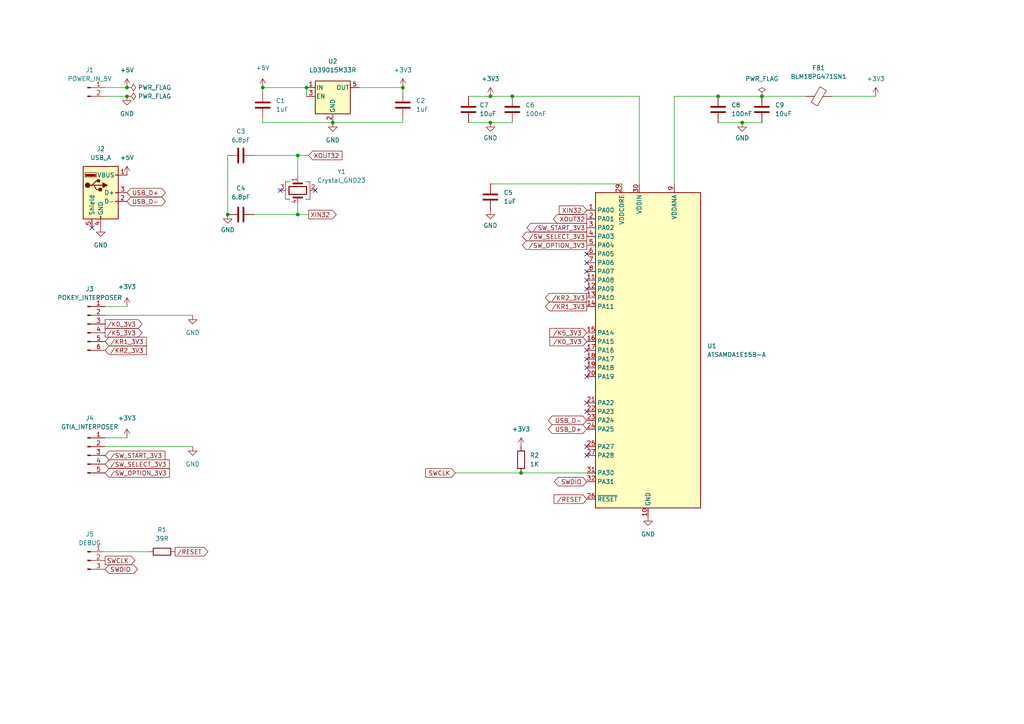
<source format=kicad_sch>
(kicad_sch (version 20211123) (generator eeschema)
  (paper "A4")
  (title_block (title "Atari Keyboard USB") (date "2022-09-15") (rev "1.0"))
  (lib_symbols
    (symbol "Connector:Conn_01x02_Male" (pin_names (offset 1.016) hide)
      (property "Reference" "J" (at 0 2.54 0))
      (property "Value" "Conn_01x02_Male" (at 0 -5.08 0))
      (symbol "Conn_01x02_Male_1_1"
        (polyline (pts (xy 1.27 -2.54) (xy 0.8636 -2.54)) (stroke (width 0.1524)))
        (polyline (pts (xy 1.27 0) (xy 0.8636 0)) (stroke (width 0.1524)))
        (rectangle (start 0.8636 -2.413) (end 0 -2.667) (stroke (width 0.1524)) (fill (type outline)))
        (rectangle (start 0.8636 0.127) (end 0 -0.127) (stroke (width 0.1524)) (fill (type outline)))
        (pin passive line (at 5.08 0 180) (length 3.81) (name "Pin_1") (number "1"))
        (pin passive line (at 5.08 -2.54 180) (length 3.81) (name "Pin_2") (number "2"))
      )
    )
    (symbol "Connector:Conn_01x03_Male" (pin_names (offset 1.016) hide)
      (property "Reference" "J" (at 0 5.08 0))
      (property "Value" "Conn_01x03_Male" (at 0 -5.08 0))
      (symbol "Conn_01x03_Male_1_1"
        (polyline (pts (xy 1.27 -2.54) (xy 0.8636 -2.54)) (stroke (width 0.1524)))
        (polyline (pts (xy 1.27 0) (xy 0.8636 0)) (stroke (width 0.1524)))
        (polyline (pts (xy 1.27 2.54) (xy 0.8636 2.54)) (stroke (width 0.1524)))
        (rectangle (start 0.8636 -2.413) (end 0 -2.667) (stroke (width 0.1524)) (fill (type outline)))
        (rectangle (start 0.8636 0.127) (end 0 -0.127) (stroke (width 0.1524)) (fill (type outline)))
        (rectangle (start 0.8636 2.667) (end 0 2.413) (stroke (width 0.1524)) (fill (type outline)))
        (pin passive line (at 5.08 2.54 180) (length 3.81) (name "Pin_1") (number "1"))
        (pin passive line (at 5.08 0 180) (length 3.81) (name "Pin_2") (number "2"))
        (pin passive line (at 5.08 -2.54 180) (length 3.81) (name "Pin_3") (number "3"))
      )
    )
    (symbol "Connector:Conn_01x05_Male" (pin_names (offset 1.016) hide)
      (property "Reference" "J" (at 0 7.62 0))
      (property "Value" "Conn_01x05_Male" (at 0 -7.62 0))
      (symbol "Conn_01x05_Male_1_1"
        (polyline (pts (xy 1.27 -5.08) (xy 0.8636 -5.08)) (stroke (width 0.1524)))
        (polyline (pts (xy 1.27 -2.54) (xy 0.8636 -2.54)) (stroke (width 0.1524)))
        (polyline (pts (xy 1.27 0) (xy 0.8636 0)) (stroke (width 0.1524)))
        (polyline (pts (xy 1.27 2.54) (xy 0.8636 2.54)) (stroke (width 0.1524)))
        (polyline (pts (xy 1.27 5.08) (xy 0.8636 5.08)) (stroke (width 0.1524)))
        (rectangle (start 0.8636 -4.953) (end 0 -5.207) (stroke (width 0.1524)) (fill (type outline)))
        (rectangle (start 0.8636 -2.413) (end 0 -2.667) (stroke (width 0.1524)) (fill (type outline)))
        (rectangle (start 0.8636 0.127) (end 0 -0.127) (stroke (width 0.1524)) (fill (type outline)))
        (rectangle (start 0.8636 2.667) (end 0 2.413) (stroke (width 0.1524)) (fill (type outline)))
        (rectangle (start 0.8636 5.207) (end 0 4.953) (stroke (width 0.1524)) (fill (type outline)))
        (pin passive line (at 5.08 5.08 180) (length 3.81) (name "Pin_1") (number "1"))
        (pin passive line (at 5.08 2.54 180) (length 3.81) (name "Pin_2") (number "2"))
        (pin passive line (at 5.08 0 180) (length 3.81) (name "Pin_3") (number "3"))
        (pin passive line (at 5.08 -2.54 180) (length 3.81) (name "Pin_4") (number "4"))
        (pin passive line (at 5.08 -5.08 180) (length 3.81) (name "Pin_5") (number "5"))
      )
    )
    (symbol "Connector:Conn_01x06_Male" (pin_names (offset 1.016) hide)
      (property "Reference" "J" (at 0 7.62 0))
      (property "Value" "Conn_01x06_Male" (at 0 -10.16 0))
      (symbol "Conn_01x06_Male_1_1"
        (polyline (pts (xy 1.27 -7.62) (xy 0.8636 -7.62)) (stroke (width 0.1524)))
        (polyline (pts (xy 1.27 -5.08) (xy 0.8636 -5.08)) (stroke (width 0.1524)))
        (polyline (pts (xy 1.27 -2.54) (xy 0.8636 -2.54)) (stroke (width 0.1524)))
        (polyline (pts (xy 1.27 0) (xy 0.8636 0)) (stroke (width 0.1524)))
        (polyline (pts (xy 1.27 2.54) (xy 0.8636 2.54)) (stroke (width 0.1524)))
        (polyline (pts (xy 1.27 5.08) (xy 0.8636 5.08)) (stroke (width 0.1524)))
        (rectangle (start 0.8636 -7.493) (end 0 -7.747) (stroke (width 0.1524)) (fill (type outline)))
        (rectangle (start 0.8636 -4.953) (end 0 -5.207) (stroke (width 0.1524)) (fill (type outline)))
        (rectangle (start 0.8636 -2.413) (end 0 -2.667) (stroke (width 0.1524)) (fill (type outline)))
        (rectangle (start 0.8636 0.127) (end 0 -0.127) (stroke (width 0.1524)) (fill (type outline)))
        (rectangle (start 0.8636 2.667) (end 0 2.413) (stroke (width 0.1524)) (fill (type outline)))
        (rectangle (start 0.8636 5.207) (end 0 4.953) (stroke (width 0.1524)) (fill (type outline)))
        (pin passive line (at 5.08 5.08 180) (length 3.81) (name "Pin_1") (number "1"))
        (pin passive line (at 5.08 2.54 180) (length 3.81) (name "Pin_2") (number "2"))
        (pin passive line (at 5.08 0 180) (length 3.81) (name "Pin_3") (number "3"))
        (pin passive line (at 5.08 -2.54 180) (length 3.81) (name "Pin_4") (number "4"))
        (pin passive line (at 5.08 -5.08 180) (length 3.81) (name "Pin_5") (number "5"))
        (pin passive line (at 5.08 -7.62 180) (length 3.81) (name "Pin_6") (number "6"))
      )
    )
    (symbol "Connector:USB_A" (pin_names (offset 1.016))
      (property "Reference" "J" (at -5.08 11.43 0))
      (property "Value" "USB_A" (at -5.08 8.89 0))
      (symbol "USB_A_0_1"
        (rectangle (start -5.08 -7.62) (end 5.08 7.62) (stroke (width 0.254)) (fill (type background)))
        (circle (center -3.81 2.159) (radius 0.635) (stroke (width 0.254)) (fill (type outline)))
        (rectangle (start -1.524 4.826) (end -4.318 5.334) (fill (type outline)))
        (rectangle (start -1.27 4.572) (end -4.572 5.842))
        (circle (center -0.635 3.429) (radius 0.381) (stroke (width 0.254)) (fill (type outline)))
        (rectangle (start -0.127 -7.62) (end 0.127 -6.858))
        (polyline (pts (xy -3.175 2.159) (xy -2.54 2.159) (xy -1.27 3.429) (xy -0.635 3.429)) (stroke (width 0.254)))
        (polyline (pts (xy -2.54 2.159) (xy -1.905 2.159) (xy -1.27 0.889) (xy 0 0.889)) (stroke (width 0.254)))
        (polyline (pts (xy 0.635 2.794) (xy 0.635 1.524) (xy 1.905 2.159) (xy 0.635 2.794)) (stroke (width 0.254)) (fill (type outline)))
        (rectangle (start 0.254 1.27) (end -0.508 0.508) (stroke (width 0.254)) (fill (type outline)))
        (rectangle (start 5.08 -2.667) (end 4.318 -2.413))
        (rectangle (start 5.08 -0.127) (end 4.318 0.127))
        (rectangle (start 5.08 4.953) (end 4.318 5.207))
      )
      (symbol "USB_A_1_1"
        (polyline (pts (xy -1.905 2.159) (xy 0.635 2.159)) (stroke (width 0.254)))
        (pin power_in line (at 7.62 5.08 180) (length 2.54) (name "VBUS") (number "1"))
        (pin bidirectional line (at 7.62 -2.54 180) (length 2.54) (name "D-") (number "2"))
        (pin bidirectional line (at 7.62 0 180) (length 2.54) (name "D+") (number "3"))
        (pin power_in line (at 0 -10.16 90) (length 2.54) (name "GND") (number "4"))
        (pin passive line (at -2.54 -10.16 90) (length 2.54) (name "Shield") (number "5"))
      )
    )
    (symbol "Device:C" (pin_numbers hide) (pin_names (offset 0.254))
      (property "Reference" "C" (at 0.635 2.54 0))
      (property "Value" "C" (at 0.635 -2.54 0))
      (symbol "C_0_1"
        (polyline (pts (xy -2.032 -0.762) (xy 2.032 -0.762)) (stroke (width 0.508)))
        (polyline (pts (xy -2.032 0.762) (xy 2.032 0.762)) (stroke (width 0.508)))
      )
      (symbol "C_1_1"
        (pin passive line (at 0 3.81 270) (length 2.794) (name "~") (number "1"))
        (pin passive line (at 0 -3.81 90) (length 2.794) (name "~") (number "2"))
      )
    )
    (symbol "Device:Crystal_GND23" (pin_names (offset 1.016) hide)
      (property "Reference" "Y" (at 3.175 5.08 0))
      (property "Value" "Crystal_GND23" (at 3.175 3.175 0))
      (symbol "Crystal_GND23_0_1"
        (rectangle (start -1.143 2.54) (end 1.143 -2.54) (stroke (width 0.3048)))
        (polyline (pts (xy -2.54 0) (xy -2.032 0)))
        (polyline (pts (xy -2.032 -1.27) (xy -2.032 1.27)) (stroke (width 0.508)))
        (polyline (pts (xy 0 -3.81) (xy 0 -3.556)))
        (polyline (pts (xy 0 3.556) (xy 0 3.81)))
        (polyline (pts (xy 2.032 -1.27) (xy 2.032 1.27)) (stroke (width 0.508)))
        (polyline (pts (xy 2.032 0) (xy 2.54 0)))
        (polyline (pts (xy -2.54 -2.286) (xy -2.54 -3.556) (xy 2.54 -3.556) (xy 2.54 -2.286)))
        (polyline (pts (xy -2.54 2.286) (xy -2.54 3.556) (xy 2.54 3.556) (xy 2.54 2.286)))
      )
      (symbol "Crystal_GND23_1_1"
        (pin passive line (at -3.81 0 0) (length 1.27) (name "1") (number "1"))
        (pin passive line (at 0 5.08 270) (length 1.27) (name "2") (number "2"))
        (pin passive line (at 0 -5.08 90) (length 1.27) (name "3") (number "3"))
        (pin passive line (at 3.81 0 180) (length 1.27) (name "4") (number "4"))
      )
    )
    (symbol "Device:FerriteBead" (pin_numbers hide) (pin_names (offset 0))
      (property "Reference" "FB" (at -3.81 0.635 90))
      (property "Value" "FerriteBead" (at 3.81 0 90))
      (symbol "FerriteBead_0_1"
        (polyline (pts (xy 0 -1.27) (xy 0 -1.2192)))
        (polyline (pts (xy 0 1.27) (xy 0 1.2954)))
        (polyline (pts (xy -2.7686 0.4064) (xy -1.7018 2.2606) (xy 2.7686 -0.3048) (xy 1.6764 -2.159) (xy -2.7686 0.4064)))
      )
      (symbol "FerriteBead_1_1"
        (pin passive line (at 0 3.81 270) (length 2.54) (name "~") (number "1"))
        (pin passive line (at 0 -3.81 90) (length 2.54) (name "~") (number "2"))
      )
    )
    (symbol "Device:R" (pin_numbers hide) (pin_names (offset 0))
      (property "Reference" "R" (at 2.032 0 90))
      (property "Value" "R" (at 0 0 90))
      (symbol "R_0_1"
        (rectangle (start -1.016 -2.54) (end 1.016 2.54) (stroke (width 0.254)))
      )
      (symbol "R_1_1"
        (pin passive line (at 0 3.81 270) (length 1.27) (name "~") (number "1"))
        (pin passive line (at 0 -3.81 90) (length 1.27) (name "~") (number "2"))
      )
    )
    (symbol "MCU_Microchip_SAMD:ATSAMDA1E15B-A"
      (property "Reference" "U" (at -13.97 46.99 0))
      (property "Value" "ATSAMDA1E15B-A" (at 16.51 46.99 0))
      (symbol "ATSAMDA1E15B-A_1_1"
        (rectangle (start -15.24 45.72) (end 15.24 -45.72) (stroke (width 0.254)) (fill (type background)))
        (pin bidirectional line (at -17.78 40.64 0) (length 2.54) (name "PA00") (number "1"))
        (pin power_in line (at 0 -48.26 90) (length 2.54) (name "GND") (number "10"))
        (pin bidirectional line (at -17.78 20.32 0) (length 2.54) (name "PA08") (number "11"))
        (pin bidirectional line (at -17.78 17.78 0) (length 2.54) (name "PA09") (number "12"))
        (pin bidirectional line (at -17.78 15.24 0) (length 2.54) (name "PA10") (number "13"))
        (pin bidirectional line (at -17.78 12.7 0) (length 2.54) (name "PA11") (number "14"))
        (pin bidirectional line (at -17.78 5.08 0) (length 2.54) (name "PA14") (number "15"))
        (pin bidirectional line (at -17.78 2.54 0) (length 2.54) (name "PA15") (number "16"))
        (pin bidirectional line (at -17.78 0 0) (length 2.54) (name "PA16") (number "17"))
        (pin bidirectional line (at -17.78 -2.54 0) (length 2.54) (name "PA17") (number "18"))
        (pin bidirectional line (at -17.78 -5.08 0) (length 2.54) (name "PA18") (number "19"))
        (pin bidirectional line (at -17.78 38.1 0) (length 2.54) (name "PA01") (number "2"))
        (pin bidirectional line (at -17.78 -7.62 0) (length 2.54) (name "PA19") (number "20"))
        (pin bidirectional line (at -17.78 -15.24 0) (length 2.54) (name "PA22") (number "21"))
        (pin bidirectional line (at -17.78 -17.78 0) (length 2.54) (name "PA23") (number "22"))
        (pin bidirectional line (at -17.78 -20.32 0) (length 2.54) (name "PA24") (number "23"))
        (pin bidirectional line (at -17.78 -22.86 0) (length 2.54) (name "PA25") (number "24"))
        (pin bidirectional line (at -17.78 -27.94 0) (length 2.54) (name "PA27") (number "25"))
        (pin input line (at -17.78 -43.18 0) (length 2.54) (name "~{RESET}") (number "26"))
        (pin bidirectional line (at -17.78 -30.48 0) (length 2.54) (name "PA28") (number "27"))
        (pin passive line (at 0 -48.26 90) (length 2.54) hide (name "GND") (number "28"))
        (pin power_out line (at -7.62 48.26 270) (length 2.54) (name "VDDCORE") (number "29"))
        (pin bidirectional line (at -17.78 35.56 0) (length 2.54) (name "PA02") (number "3"))
        (pin power_in line (at -2.54 48.26 270) (length 2.54) (name "VDDIN") (number "30"))
        (pin bidirectional line (at -17.78 -35.56 0) (length 2.54) (name "PA30") (number "31"))
        (pin bidirectional line (at -17.78 -38.1 0) (length 2.54) (name "PA31") (number "32"))
        (pin bidirectional line (at -17.78 33.02 0) (length 2.54) (name "PA03") (number "4"))
        (pin bidirectional line (at -17.78 30.48 0) (length 2.54) (name "PA04") (number "5"))
        (pin bidirectional line (at -17.78 27.94 0) (length 2.54) (name "PA05") (number "6"))
        (pin bidirectional line (at -17.78 25.4 0) (length 2.54) (name "PA06") (number "7"))
        (pin bidirectional line (at -17.78 22.86 0) (length 2.54) (name "PA07") (number "8"))
        (pin power_in line (at 7.62 48.26 270) (length 2.54) (name "VDDANA") (number "9"))
      )
    )
    (symbol "Regulator_Linear:LD39015M33R" (pin_names (offset 0.254))
      (property "Reference" "U" (at -3.81 5.715 0))
      (property "Value" "LD39015M33R" (at 0 5.715 0))
      (symbol "LD39015M33R_0_1"
        (rectangle (start -5.08 4.445) (end 5.08 -5.08) (stroke (width 0.254)) (fill (type background)))
      )
      (symbol "LD39015M33R_1_1"
        (pin power_in line (at -7.62 2.54 0) (length 2.54) (name "IN") (number "1"))
        (pin power_in line (at 0 -7.62 90) (length 2.54) (name "GND") (number "2"))
        (pin input line (at -7.62 0 0) (length 2.54) (name "EN") (number "3"))
        (pin no_connect line (at 5.08 0 180) (length 2.54) hide (name "NC") (number "4"))
        (pin power_out line (at 7.62 2.54 180) (length 2.54) (name "OUT") (number "5"))
      )
    )
    (symbol "power:+3.3V" (power) (pin_names (offset 0))
      (property "Value" "+3.3V" (at 0 3.556 0))
      (symbol "+3.3V_0_1"
        (polyline (pts (xy -0.762 1.27) (xy 0 2.54)))
        (polyline (pts (xy 0 0) (xy 0 2.54)))
        (polyline (pts (xy 0 2.54) (xy 0.762 1.27)))
      )
      (symbol "+3.3V_1_1"
        (pin power_in line (at 0 0 90) (length 0) hide (name "+3V3") (number "1"))
      )
    )
    (symbol "power:+5V" (power) (pin_names (offset 0))
      (property "Value" "+5V" (at 0 3.556 0))
      (symbol "+5V_0_1"
        (polyline (pts (xy -0.762 1.27) (xy 0 2.54)))
        (polyline (pts (xy 0 0) (xy 0 2.54)))
        (polyline (pts (xy 0 2.54) (xy 0.762 1.27)))
      )
      (symbol "+5V_1_1"
        (pin power_in line (at 0 0 90) (length 0) hide (name "+5V") (number "1"))
      )
    )
    (symbol "power:GND" (power) (pin_names (offset 0))
      (property "Value" "GND" (at 0 -3.81 0))
      (symbol "GND_0_1"
        (polyline (pts (xy 0 0) (xy 0 -1.27) (xy 1.27 -1.27) (xy 0 -2.54) (xy -1.27 -1.27) (xy 0 -1.27)))
      )
      (symbol "GND_1_1"
        (pin power_in line (at 0 0 270) (length 0) hide (name "GND") (number "1"))
      )
    )
    (symbol "power:PWR_FLAG" (power) (pin_numbers hide) (pin_names (offset 0) hide)
      (property "Value" "PWR_FLAG" (at 0 3.81 0))
      (symbol "PWR_FLAG_0_0"
        (pin power_out line (at 0 0 90) (length 0) (name "pwr") (number "1"))
      )
      (symbol "PWR_FLAG_0_1"
        (polyline (pts (xy 0 0) (xy 0 1.27) (xy -1.016 1.905) (xy 0 2.54) (xy 1.016 1.905) (xy 0 1.27)))
      )
    )
  )
  (junction (at 220.98 27.94))
  (junction (at 86.36 62.23))
  (junction (at 96.52 35.56))
  (junction (at 116.84 25.4))
  (junction (at 76.2 25.4))
  (junction (at 88.9 25.4))
  (junction (at 215.265 35.56))
  (junction (at 36.83 25.4))
  (junction (at 36.83 27.94))
  (junction (at 142.24 35.56))
  (junction (at 86.36 45.085))
  (junction (at 151.13 137.16))
  (junction (at 148.59 27.94))
  (junction (at 66.04 62.23))
  (junction (at 208.28 27.94))
  (junction (at 142.24 27.94))
  (no_connect (at 170.18 76.2))
  (no_connect (at 170.18 73.66))
  (no_connect (at 170.18 119.38))
  (no_connect (at 26.67 66.04))
  (no_connect (at 170.18 109.22))
  (no_connect (at 170.18 81.28))
  (no_connect (at 170.18 78.74))
  (no_connect (at 170.18 83.82))
  (no_connect (at 170.18 116.84))
  (no_connect (at 170.18 132.08))
  (no_connect (at 170.18 129.54))
  (no_connect (at 91.44 55.245))
  (no_connect (at 81.28 55.245))
  (no_connect (at 170.18 101.6))
  (no_connect (at 170.18 104.14))
  (no_connect (at 170.18 106.68))
  (wire (pts (xy 86.36 59.055) (xy 86.36 62.23)))
  (wire (pts (xy 241.3 27.94) (xy 254 27.94)))
  (wire (pts (xy 30.48 129.54) (xy 55.88 129.54)))
  (wire (pts (xy 185.42 27.94) (xy 185.42 53.34)))
  (wire (pts (xy 116.84 34.29) (xy 116.84 35.56)))
  (wire (pts (xy 73.66 62.23) (xy 86.36 62.23)))
  (wire (pts (xy 76.2 35.56) (xy 96.52 35.56)))
  (wire (pts (xy 195.58 27.94) (xy 208.28 27.94)))
  (wire (pts (xy 142.24 53.34) (xy 180.34 53.34)))
  (wire (pts (xy 86.36 45.085) (xy 86.36 51.435)))
  (wire (pts (xy 66.04 45.085) (xy 66.04 62.23)))
  (wire (pts (xy 148.59 27.94) (xy 185.42 27.94)))
  (wire (pts (xy 151.13 137.16) (xy 170.18 137.16)))
  (wire (pts (xy 220.98 27.94) (xy 233.68 27.94)))
  (wire (pts (xy 76.2 34.29) (xy 76.2 35.56)))
  (wire (pts (xy 142.24 27.94) (xy 148.59 27.94)))
  (wire (pts (xy 76.2 25.4) (xy 88.9 25.4)))
  (wire (pts (xy 135.89 27.94) (xy 142.24 27.94)))
  (wire (pts (xy 30.48 25.4) (xy 36.83 25.4)))
  (wire (pts (xy 88.9 25.4) (xy 88.9 27.94)))
  (wire (pts (xy 208.28 27.94) (xy 220.98 27.94)))
  (wire (pts (xy 30.48 27.94) (xy 36.83 27.94)))
  (wire (pts (xy 195.58 27.94) (xy 195.58 53.34)))
  (wire (pts (xy 86.36 45.085) (xy 89.535 45.085)))
  (wire (pts (xy 73.66 45.085) (xy 86.36 45.085)))
  (wire (pts (xy 30.48 91.44) (xy 55.88 91.44)))
  (wire (pts (xy 86.36 62.23) (xy 89.535 62.23)))
  (wire (pts (xy 215.265 35.56) (xy 220.98 35.56)))
  (wire (pts (xy 135.89 35.56) (xy 142.24 35.56)))
  (wire (pts (xy 142.24 35.56) (xy 148.59 35.56)))
  (wire (pts (xy 116.84 35.56) (xy 96.52 35.56)))
  (wire (pts (xy 76.2 25.4) (xy 76.2 26.67)))
  (wire (pts (xy 132.08 137.16) (xy 151.13 137.16)))
  (wire (pts (xy 208.28 35.56) (xy 215.265 35.56)))
  (wire (pts (xy 30.48 160.02) (xy 43.18 160.02)))
  (wire (pts (xy 104.14 25.4) (xy 116.84 25.4)))
  (wire (pts (xy 30.48 127) (xy 36.83 127)))
  (wire (pts (xy 116.84 25.4) (xy 116.84 26.67)))
  (wire (pts (xy 30.48 88.9) (xy 36.83 88.9)))
  (global_label "USB_D-" (shape bidirectional) (at 170.18 121.92 180) (property "Intersheet References" "${INTERSHEET_REFS}" (effects hide)))
  (global_label "USB_D-" (shape bidirectional) (at 36.83 58.42 0) (property "Intersheet References" "${INTERSHEET_REFS}" (effects hide)))
  (global_label "USB_D+" (shape bidirectional) (at 36.83 55.88 0) (property "Intersheet References" "${INTERSHEET_REFS}" (effects hide)))
  (global_label "{slash}SW_START_3V3" (shape input) (at 30.48 132.08 0) (property "Intersheet References" "${INTERSHEET_REFS}" (effects hide)))
  (global_label "XIN32" (shape output) (at 89.535 62.23 0) (property "Intersheet References" "${INTERSHEET_REFS}" (effects hide)))
  (global_label "{slash}SW_OPTION_3V3" (shape output) (at 170.18 71.12 180) (property "Intersheet References" "${INTERSHEET_REFS}" (effects hide)))
  (global_label "{slash}KR1_3V3" (shape output) (at 170.18 88.9 180) (property "Intersheet References" "${INTERSHEET_REFS}" (effects hide)))
  (global_label "SWDIO" (shape bidirectional) (at 30.48 165.1 0) (property "Intersheet References" "${INTERSHEET_REFS}" (effects hide)))
  (global_label "{slash}KR1_3V3" (shape input) (at 30.48 99.06 0) (property "Intersheet References" "${INTERSHEET_REFS}" (effects hide)))
  (global_label "{slash}K0_3V3" (shape output) (at 30.48 93.98 0) (property "Intersheet References" "${INTERSHEET_REFS}" (effects hide)))
  (global_label "{slash}RESET" (shape input) (at 170.18 144.78 180) (property "Intersheet References" "${INTERSHEET_REFS}" (effects hide)))
  (global_label "XOUT32" (shape output) (at 170.18 63.5 180) (property "Intersheet References" "${INTERSHEET_REFS}" (effects hide)))
  (global_label "SWCLK" (shape output) (at 30.48 162.56 0) (property "Intersheet References" "${INTERSHEET_REFS}" (effects hide)))
  (global_label "XOUT32" (shape input) (at 89.535 45.085 0) (property "Intersheet References" "${INTERSHEET_REFS}" (effects hide)))
  (global_label "{slash}KR2_3V3" (shape output) (at 170.18 86.36 180) (property "Intersheet References" "${INTERSHEET_REFS}" (effects hide)))
  (global_label "{slash}K5_3V3" (shape input) (at 170.18 96.52 180) (property "Intersheet References" "${INTERSHEET_REFS}" (effects hide)))
  (global_label "{slash}SW_SELECT_3V3" (shape input) (at 30.48 134.62 0) (property "Intersheet References" "${INTERSHEET_REFS}" (effects hide)))
  (global_label "USB_D+" (shape bidirectional) (at 170.18 124.46 180) (property "Intersheet References" "${INTERSHEET_REFS}" (effects hide)))
  (global_label "{slash}K0_3V3" (shape input) (at 170.18 99.06 180) (property "Intersheet References" "${INTERSHEET_REFS}" (effects hide)))
  (global_label "{slash}SW_OPTION_3V3" (shape input) (at 30.48 137.16 0) (property "Intersheet References" "${INTERSHEET_REFS}" (effects hide)))
  (global_label "SWCLK" (shape input) (at 132.08 137.16 180) (property "Intersheet References" "${INTERSHEET_REFS}" (effects hide)))
  (global_label "{slash}KR2_3V3" (shape input) (at 30.48 101.6 0) (property "Intersheet References" "${INTERSHEET_REFS}" (effects hide)))
  (global_label "{slash}K5_3V3" (shape output) (at 30.48 96.52 0) (property "Intersheet References" "${INTERSHEET_REFS}" (effects hide)))
  (global_label "{slash}RESET" (shape output) (at 50.8 160.02 0) (property "Intersheet References" "${INTERSHEET_REFS}" (effects hide)))
  (global_label "SWDIO" (shape bidirectional) (at 170.18 139.7 180) (property "Intersheet References" "${INTERSHEET_REFS}" (effects hide)))
  (global_label "{slash}SW_SELECT_3V3" (shape output) (at 170.18 68.58 180) (property "Intersheet References" "${INTERSHEET_REFS}" (effects hide)))
  (global_label "XIN32" (shape input) (at 170.18 60.96 180) (property "Intersheet References" "${INTERSHEET_REFS}" (effects hide)))
  (global_label "{slash}SW_START_3V3" (shape output) (at 170.18 66.04 180) (property "Intersheet References" "${INTERSHEET_REFS}" (effects hide)))
  (symbol (lib_id "Connector:Conn_01x05_Male") (at 25.4 132.08 0) (unit 1)
    (property "Reference" "J4" (at 26.035 121.285 0))
    (property "Value" "GTIA_INTERPOSER" (at 26.035 123.825 0))
    (property "Footprint" "Connector_PinHeader_2.54mm:PinHeader_1x05_P2.54mm_Vertical" (effects hide))
  )
  (symbol (lib_id "power:PWR_FLAG") (at 220.98 27.94 0) (unit 1)
    (property "Reference" "#FLG0101" (effects hide))
    (property "Value" "PWR_FLAG" (at 220.98 22.86 0))
  )
  (symbol (lib_id "Device:C") (at 69.85 45.085 270) (unit 1)
    (property "Reference" "C3" (at 69.85 38.1 90))
    (property "Value" "6.8pF" (at 69.85 40.64 90))
    (property "Footprint" "Capacitor_SMD:C_0805_2012Metric_Pad1.18x1.45mm_HandSolder" (effects hide))
  )
  (symbol (lib_id "Device:C") (at 148.59 31.75 0) (unit 1)
    (property "Reference" "C6" (at 152.4 30.4799 0) (effects (justify left)))
    (property "Value" "100nF" (at 152.4 33.0199 0) (effects (justify left)))
    (property "Footprint" "Capacitor_SMD:C_0805_2012Metric_Pad1.18x1.45mm_HandSolder" (effects hide))
  )
  (symbol (lib_id "power:GND") (at 96.52 35.56 0) (unit 1)
    (property "Reference" "#PWR0107" (effects hide))
    (property "Value" "GND" (at 96.52 40.64 0))
  )
  (symbol (lib_id "Device:C") (at 76.2 30.48 0) (unit 1)
    (property "Reference" "C1" (at 80.01 29.2099 0) (effects (justify left)))
    (property "Value" "1uF" (at 80.01 31.7499 0) (effects (justify left)))
    (property "Footprint" "Capacitor_SMD:C_0805_2012Metric_Pad1.18x1.45mm_HandSolder" (effects hide))
  )
  (symbol (lib_id "Device:C") (at 208.28 31.75 0) (unit 1)
    (property "Reference" "C8" (at 212.09 30.4799 0) (effects (justify left)))
    (property "Value" "100nF" (at 212.09 33.0199 0) (effects (justify left)))
    (property "Footprint" "Capacitor_SMD:C_0805_2012Metric_Pad1.18x1.45mm_HandSolder" (effects hide))
  )
  (symbol (lib_id "Device:Crystal_GND23") (at 86.36 55.245 270) (unit 1)
    (property "Reference" "Y1" (at 99.06 49.7838 90))
    (property "Value" "Crystal_GND23" (at 99.06 52.3238 90))
    (property "Footprint" "Crystal:Crystal_SMD_SeikoEpson_MC146-4Pin_6.7x1.5mm_HandSoldering" (effects hide))
  )
  (symbol (lib_id "Connector:Conn_01x03_Male") (at 25.4 162.56 0) (unit 1)
    (property "Reference" "J5" (at 26.035 154.94 0))
    (property "Value" "DEBUG" (at 26.035 157.48 0))
    (property "Footprint" "Connector_PinHeader_2.54mm:PinHeader_1x03_P2.54mm_Vertical" (effects hide))
  )
  (symbol (lib_id "power:GND") (at 215.265 35.56 0) (unit 1)
    (property "Reference" "#PWR0114" (effects hide))
    (property "Value" "GND" (at 215.265 40.005 0))
  )
  (symbol (lib_id "power:+3.3V") (at 36.83 127 0) (unit 1)
    (property "Reference" "#PWR0103" (effects hide))
    (property "Value" "+3.3V" (at 36.83 121.285 0))
  )
  (symbol (lib_id "Device:C") (at 69.85 62.23 90) (unit 1)
    (property "Reference" "C4" (at 69.85 54.61 90))
    (property "Value" "6.8pF" (at 69.85 57.15 90))
    (property "Footprint" "Capacitor_SMD:C_0805_2012Metric_Pad1.18x1.45mm_HandSolder" (effects hide))
  )
  (symbol (lib_id "power:GND") (at 142.24 35.56 0) (unit 1)
    (property "Reference" "#PWR0117" (effects hide))
    (property "Value" "GND" (at 142.24 40.005 0))
  )
  (symbol (lib_id "Connector:Conn_01x02_Male") (at 25.4 25.4 0) (unit 1)
    (property "Reference" "J1" (at 26.035 20.32 0))
    (property "Value" "POWER_IN_5V" (at 26.035 22.86 0))
    (property "Footprint" "Connector_PinHeader_2.54mm:PinHeader_1x02_P2.54mm_Vertical" (effects hide))
  )
  (symbol (lib_id "MCU_Microchip_SAMD:ATSAMDA1E15B-A") (at 187.96 101.6 0) (unit 1)
    (property "Reference" "U1" (at 205.105 100.3299 0) (effects (justify left)))
    (property "Value" "ATSAMDA1E15B-A" (at 205.105 102.8699 0) (effects (justify left)))
    (property "Footprint" "Package_QFP:TQFP-32_7x7mm_P0.8mm" (effects hide))
    (property "Datasheet" "http://ww1.microchip.com/downloads/en/DeviceDoc/SAM_D21_DA1_Family_Data%20Sheet_DS40001882E.pdf" (effects hide))
  )
  (symbol (lib_id "power:+5V") (at 76.2 25.4 0) (unit 1)
    (property "Reference" "#PWR0109" (effects hide))
    (property "Value" "+5V" (at 76.2 19.685 0))
  )
  (symbol (lib_id "power:PWR_FLAG") (at 36.83 25.4 270) (unit 1)
    (property "Reference" "#FLG0103" (effects hide))
    (property "Value" "PWR_FLAG" (at 40.005 25.3999 90) (effects (justify left)))
  )
  (symbol (lib_id "Device:R") (at 46.99 160.02 90) (unit 1)
    (property "Reference" "R1" (at 46.99 153.67 90))
    (property "Value" "39R" (at 46.99 156.21 90))
    (property "Footprint" "Resistor_SMD:R_0805_2012Metric_Pad1.20x1.40mm_HandSolder" (effects hide))
  )
  (symbol (lib_id "Device:C") (at 142.24 57.15 0) (unit 1)
    (property "Reference" "C5" (at 146.05 55.8799 0) (effects (justify left)))
    (property "Value" "1uF" (at 146.05 58.4199 0) (effects (justify left)))
    (property "Footprint" "Capacitor_SMD:C_0805_2012Metric_Pad1.18x1.45mm_HandSolder" (effects hide))
  )
  (symbol (lib_id "power:GND") (at 55.88 129.54 0) (unit 1)
    (property "Reference" "#PWR0102" (effects hide))
    (property "Value" "GND" (at 55.88 134.62 0))
  )
  (symbol (lib_id "power:+5V") (at 36.83 25.4 0) (unit 1)
    (property "Reference" "#PWR0111" (effects hide))
    (property "Value" "+5V" (at 36.83 20.32 0))
  )
  (symbol (lib_id "power:+5V") (at 36.83 50.8 0) (unit 1)
    (property "Reference" "#PWR0104" (effects hide))
    (property "Value" "+5V" (at 36.83 45.72 0))
  )
  (symbol (lib_id "Regulator_Linear:LD39015M33R") (at 96.52 27.94 0) (unit 1)
    (property "Reference" "U2" (at 96.52 17.78 0))
    (property "Value" "LD39015M33R" (at 96.52 20.32 0))
    (property "Footprint" "Package_TO_SOT_SMD:SOT-23-5_HandSoldering" (effects hide))
    (property "Datasheet" "http://www.st.com/resource/en/datasheet/ld39015.pdf" (effects hide))
  )
  (symbol (lib_id "Connector:Conn_01x06_Male") (at 25.4 93.98 0) (unit 1)
    (property "Reference" "J3" (at 26.035 83.82 0))
    (property "Value" "POKEY_INTERPOSER" (at 26.035 86.36 0))
    (property "Footprint" "Connector_PinHeader_2.54mm:PinHeader_1x06_P2.54mm_Vertical" (effects hide))
  )
  (symbol (lib_id "power:GND") (at 29.21 66.04 0) (unit 1)
    (property "Reference" "#PWR0106" (effects hide))
    (property "Value" "GND" (at 29.21 71.12 0))
  )
  (symbol (lib_id "power:+3.3V") (at 36.83 88.9 0) (unit 1)
    (property "Reference" "#PWR0105" (effects hide))
    (property "Value" "+3.3V" (at 36.83 83.185 0))
  )
  (symbol (lib_id "Device:C") (at 135.89 31.75 0) (unit 1)
    (property "Reference" "C7" (at 139.065 30.4799 0) (effects (justify left)))
    (property "Value" "10uF" (at 139.065 33.0199 0) (effects (justify left)))
    (property "Footprint" "Capacitor_SMD:C_0805_2012Metric_Pad1.18x1.45mm_HandSolder" (effects hide))
  )
  (symbol (lib_id "Device:FerriteBead") (at 237.49 27.94 90) (unit 1)
    (property "Reference" "FB1" (at 237.4392 19.685 90))
    (property "Value" "BLM18PG471SN1" (at 237.4392 22.225 90))
    (property "Footprint" "Resistor_SMD:R_0805_2012Metric_Pad1.20x1.40mm_HandSolder" (effects hide))
  )
  (symbol (lib_id "power:GND") (at 66.04 62.23 0) (mirror y) (unit 1)
    (property "Reference" "#PWR0113" (effects hide))
    (property "Value" "GND" (at 66.04 66.675 0))
  )
  (symbol (lib_id "power:+3.3V") (at 151.13 129.54 0) (unit 1)
    (property "Reference" "#PWR0119" (effects hide))
    (property "Value" "+3.3V" (at 151.13 124.46 0))
  )
  (symbol (lib_id "Device:C") (at 220.98 31.75 0) (unit 1)
    (property "Reference" "C9" (at 224.79 30.4799 0) (effects (justify left)))
    (property "Value" "10uF" (at 224.79 33.0199 0) (effects (justify left)))
    (property "Footprint" "Capacitor_SMD:C_0805_2012Metric_Pad1.18x1.45mm_HandSolder" (effects hide))
  )
  (symbol (lib_id "power:+3.3V") (at 116.84 25.4 0) (unit 1)
    (property "Reference" "#PWR0108" (effects hide))
    (property "Value" "+3.3V" (at 116.84 20.32 0))
  )
  (symbol (lib_id "power:GND") (at 142.24 60.96 0) (unit 1)
    (property "Reference" "#PWR0115" (effects hide))
    (property "Value" "GND" (at 142.24 65.405 0))
  )
  (symbol (lib_id "power:GND") (at 55.88 91.44 0) (unit 1)
    (property "Reference" "#PWR0101" (effects hide))
    (property "Value" "GND" (at 55.88 96.52 0))
  )
  (symbol (lib_id "power:GND") (at 36.83 27.94 0) (unit 1)
    (property "Reference" "#PWR0110" (effects hide))
    (property "Value" "GND" (at 36.83 33.02 0))
  )
  (symbol (lib_id "power:+3.3V") (at 142.24 27.94 0) (unit 1)
    (property "Reference" "#PWR0116" (effects hide))
    (property "Value" "+3.3V" (at 142.24 22.86 0))
  )
  (symbol (lib_id "Connector:USB_A") (at 29.21 55.88 0) (unit 1)
    (property "Reference" "J2" (at 29.21 43.18 0))
    (property "Value" "USB_A" (at 29.21 45.72 0))
    (property "Footprint" "Connector_USB:USB_A_Molex_67643_Horizontal" (effects hide))
    (property "Datasheet" " ~" (effects hide))
  )
  (symbol (lib_id "Device:C") (at 116.84 30.48 0) (unit 1)
    (property "Reference" "C2" (at 120.65 29.2099 0) (effects (justify left)))
    (property "Value" "1uF" (at 120.65 31.7499 0) (effects (justify left)))
    (property "Footprint" "Capacitor_SMD:C_0805_2012Metric_Pad1.18x1.45mm_HandSolder" (effects hide))
  )
  (symbol (lib_id "power:GND") (at 187.96 149.86 0) (unit 1)
    (property "Reference" "#PWR0112" (effects hide))
    (property "Value" "GND" (at 187.96 154.94 0))
  )
  (symbol (lib_id "Device:R") (at 151.13 133.35 180) (unit 1)
    (property "Reference" "R2" (at 153.67 132.0799 0) (effects (justify right)))
    (property "Value" "1K" (at 153.67 134.6199 0) (effects (justify right)))
    (property "Footprint" "Resistor_SMD:R_0805_2012Metric_Pad1.20x1.40mm_HandSolder" (effects hide))
  )
  (symbol (lib_id "power:PWR_FLAG") (at 36.83 27.94 270) (unit 1)
    (property "Reference" "#FLG0102" (effects hide))
    (property "Value" "PWR_FLAG" (at 40.005 27.9399 90) (effects (justify left)))
  )
  (symbol (lib_id "power:+3.3V") (at 254 27.94 0) (unit 1)
    (property "Reference" "#PWR0118" (effects hide))
    (property "Value" "+3.3V" (at 254 22.86 0))
  )
)
</source>
